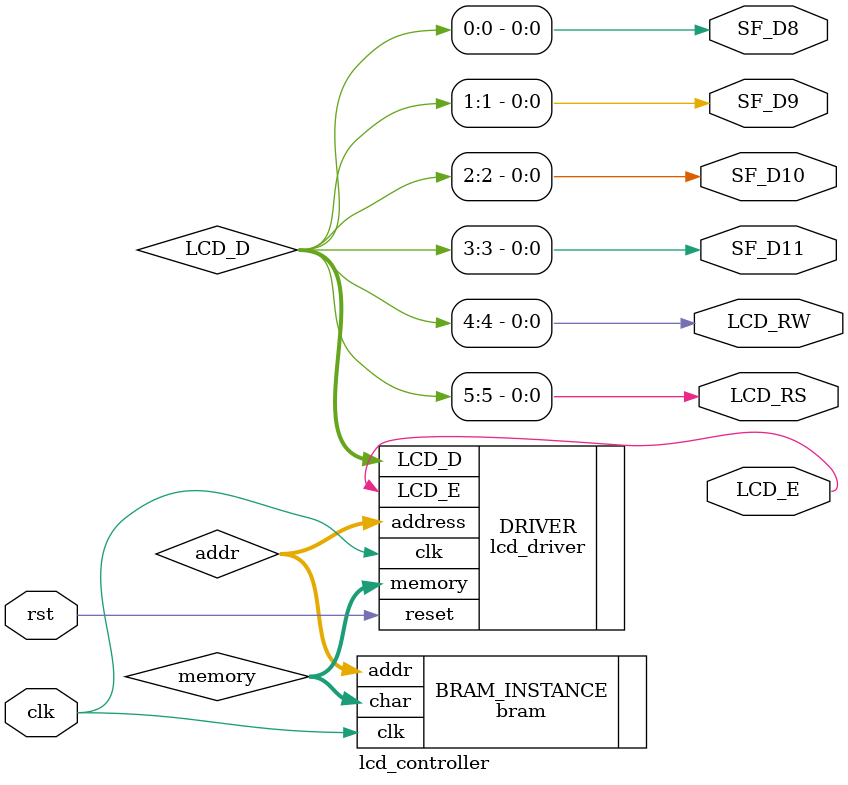
<source format=v>
module lcd_controller(clk,rst,LCD_RS,LCD_RW,LCD_E,SF_D11,SF_D10,SF_D9,SF_D8);

input clk,rst;
wire [5:0]LCD_D;
output LCD_RS,LCD_RW,LCD_E,SF_D11,SF_D10,SF_D9,SF_D8;
wire [7:0]memory;
wire [10:0]addr;

assign LCD_RS 	= LCD_D[5];
assign LCD_RW	= LCD_D[4];
assign SF_D11   = LCD_D[3];
assign SF_D10 	= LCD_D[2];
assign SF_D9 	= LCD_D[1];
assign SF_D8 	= LCD_D[0];

bram BRAM_INSTANCE (
    .clk(clk), 
    .addr(addr), 
    .char(memory)
    );
	
lcd_driver DRIVER (
    .clk(clk), 
    .reset(rst), 
    .memory(memory), 
    .LCD_D(LCD_D), 
    .LCD_E(LCD_E), 
    .address(addr)
    );


endmodule
</source>
